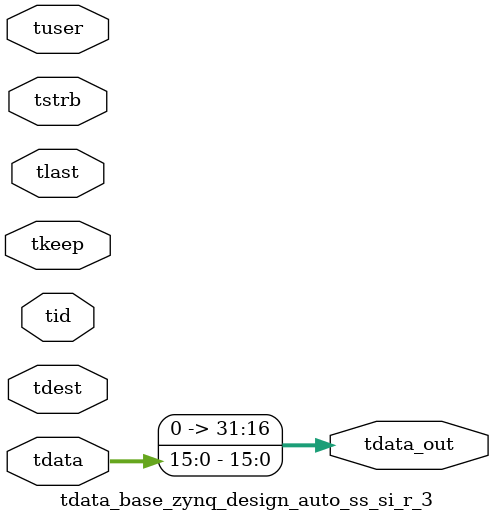
<source format=v>


`timescale 1ps/1ps

module tdata_base_zynq_design_auto_ss_si_r_3 #
(
parameter C_S_AXIS_TDATA_WIDTH = 32,
parameter C_S_AXIS_TUSER_WIDTH = 0,
parameter C_S_AXIS_TID_WIDTH   = 0,
parameter C_S_AXIS_TDEST_WIDTH = 0,
parameter C_M_AXIS_TDATA_WIDTH = 32
)
(
input  [(C_S_AXIS_TDATA_WIDTH == 0 ? 1 : C_S_AXIS_TDATA_WIDTH)-1:0     ] tdata,
input  [(C_S_AXIS_TUSER_WIDTH == 0 ? 1 : C_S_AXIS_TUSER_WIDTH)-1:0     ] tuser,
input  [(C_S_AXIS_TID_WIDTH   == 0 ? 1 : C_S_AXIS_TID_WIDTH)-1:0       ] tid,
input  [(C_S_AXIS_TDEST_WIDTH == 0 ? 1 : C_S_AXIS_TDEST_WIDTH)-1:0     ] tdest,
input  [(C_S_AXIS_TDATA_WIDTH/8)-1:0 ] tkeep,
input  [(C_S_AXIS_TDATA_WIDTH/8)-1:0 ] tstrb,
input                                                                    tlast,
output [C_M_AXIS_TDATA_WIDTH-1:0] tdata_out
);

assign tdata_out = {tdata[15:0]};

endmodule


</source>
